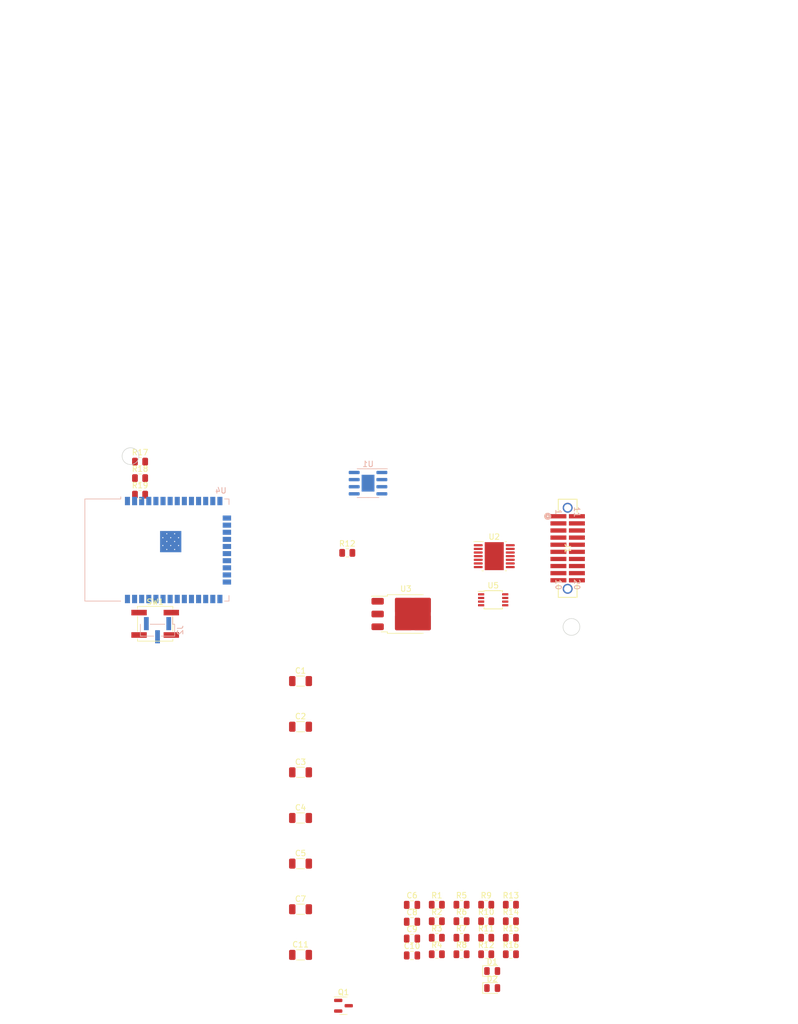
<source format=kicad_pcb>
(kicad_pcb (version 20221018) (generator pcbnew)
  (layers (0 "F.Cu" signal) (31 "B.Cu" signal) (34 "B.Paste" user) (35 "F.Paste" user) (36 "B.SilkS" user "B.Silkscreen") (37 "F.SilkS" user "F.Silkscreen") (38 "B.Mask" user) (39 "F.Mask" user) (44 "Edge.Cuts" user))
  (net 0 "")
  (net 1 "+5V")
  (net 2 "GND")
  (net 3 "+3.3V")
  (net 5 "ESP_EN")
  (net 7 "Net-(D1-K)")
  (net 8 "WIFI_GREEN")
  (net 9 "Net-(D2-K)")
  (net 10 "GEN_ACTIVITY")
  (net 14 "RX_PB")
  (net 15 "RING_DT")
  (net 16 "/TX_PB")
  (net 18 "DTR_PB")
  (net 20 "/RTS_PB")
  (net 22 "/ALWAYS_ON_5V")
  (net 23 "MODEM_INSERT")
  (net 24 "PB_CTS")
  (net 25 "{slash}DCD")
  (net 26 "/MODEM_5v")
  (net 27 "Net-(J2-Pin_2)")
  (net 28 "Net-(J2-Pin_3)")
  (net 29 "Net-(Q1-G)")
  (net 30 "Net-(Q1-D)")
  (net 31 "Net-(R1-Pad2)")
  (net 32 "Net-(U2-A2)")
  (net 34 "Net-(U2-A3)")
  (net 35 "Net-(U1-LT_IN)")
  (net 36 "Net-(U1-LT_DE)")
  (net 37 "Net-(U2-A4)")
  (net 38 "Net-(U2-B2)")
  (net 39 "Net-(U1-LT_OUT)")
  (net 40 "ESP_CTS")
  (net 41 "ESP_TX")
  (net 42 "ESP_RX")
  (net 46 "LT_TX_33")
  (net 64 "SETUP")
  (footprint "Button_Switch_SMD:SW_SPST_EVPBF" (layer "F.Cu") (at 4.404 29.94)
    (fp_text reference "SW1" (at 0 -3.9) (layer "F.SilkS"))
    (fp_text value "RST")
    (fp_line (start -3.15 -3.1) (end 3.15 -3.1) (stroke (width 0.12)) (layer "F.SilkS"))
    (fp_line (start -3.15 -2.65) (end -3.15 -3.1) (stroke (width 0.12)) (layer "F.SilkS"))
    (fp_line (start -3.15 1.35) (end -3.15 -1.35) (stroke (width 0.12)) (layer "F.SilkS"))
    (fp_line (start -3.15 2.65) (end -3.15 3.1) (stroke (width 0.12)) (layer "F.SilkS"))
    (fp_line (start -3.15 3.1) (end 3.15 3.1) (stroke (width 0.12)) (layer "F.SilkS"))
    (fp_line (start 3.15 -3.1) (end 3.15 -2.65) (stroke (width 0.12)) (layer "F.SilkS"))
    (fp_line (start 3.15 -1.35) (end 3.15 1.35) (stroke (width 0.12)) (layer "F.SilkS"))
    (fp_line (start 3.15 3.1) (end 3.15 2.7) (stroke (width 0.12)) (layer "F.SilkS"))
    (pad "1" smd rect (at -2.88 -2) (size 2.75 1) (layers "F.Cu" "F.Paste" "F.Mask") (net 5 "ESP_EN"))
    (pad "1" smd rect (at 2.88 -2) (size 2.75 1) (layers "F.Cu" "F.Paste" "F.Mask") (net 5 "ESP_EN"))
    (pad "2" smd rect (at -2.88 2) (size 2.75 1) (layers "F.Cu" "F.Paste" "F.Mask") (net 2 "GND"))
    (pad "2" smd rect (at 2.88 2) (size 2.75 1) (layers "F.Cu" "F.Paste" "F.Mask") (net 2 "GND"))
  )
  (footprint "Capacitor_SMD:C_1206_3216Metric" (layer "F.Cu") (at 30.3645 48.321)
    (fp_text reference "C2" (at 0 -1.85) (layer "F.SilkS"))
    (fp_text value "1000u")
    (fp_line (start -0.711252 -0.91) (end 0.711252 -0.91) (stroke (width 0.12)) (layer "F.SilkS"))
    (fp_line (start -0.711252 0.91) (end 0.711252 0.91) (stroke (width 0.12)) (layer "F.SilkS"))
    (pad "1" smd roundrect (at -1.475 0) (size 1.15 1.8) (layers "F.Cu" "F.Paste" "F.Mask") (roundrect_rratio 0.217391) (net 1 "+5V"))
    (pad "2" smd roundrect (at 1.475 0) (size 1.15 1.8) (layers "F.Cu" "F.Paste" "F.Mask") (roundrect_rratio 0.217391) (net 2 "GND"))
  )
  (footprint "Resistor_SMD:R_0805_2012Metric" (layer "F.Cu") (at 63.5245 88.961)
    (fp_text reference "R12" (at 0 -1.65) (layer "F.SilkS"))
    (fp_text value "0")
    (fp_line (start -0.227064 -0.735) (end 0.227064 -0.735) (stroke (width 0.12)) (layer "F.SilkS"))
    (fp_line (start -0.227064 0.735) (end 0.227064 0.735) (stroke (width 0.12)) (layer "F.SilkS"))
    (pad "1" smd roundrect (at -0.9125 0) (size 1.025 1.4) (layers "F.Cu" "F.Paste" "F.Mask") (roundrect_rratio 0.243902) (net 1 "+5V"))
    (pad "2" smd roundrect (at 0.9125 0) (size 1.025 1.4) (layers "F.Cu" "F.Paste" "F.Mask") (roundrect_rratio 0.243902) (net 23 "MODEM_INSERT"))
  )
  (footprint "Resistor_SMD:R_0805_2012Metric" (layer "F.Cu") (at 1.705 0.975)
    (fp_text reference "R17" (at 0 -1.65) (layer "F.SilkS"))
    (fp_text value "0")
    (fp_line (start -0.227064 -0.735) (end 0.227064 -0.735) (stroke (width 0.12)) (layer "F.SilkS"))
    (fp_line (start -0.227064 0.735) (end 0.227064 0.735) (stroke (width 0.12)) (layer "F.SilkS"))
    (pad "1" smd roundrect (at -0.9125 0) (size 1.025 1.4) (layers "F.Cu" "F.Paste" "F.Mask") (roundrect_rratio 0.243902) (net 26 "/MODEM_5v"))
    (pad "2" smd roundrect (at 0.9125 0) (size 1.025 1.4) (layers "F.Cu" "F.Paste" "F.Mask") (roundrect_rratio 0.243902) (net 1 "+5V"))
  )
  (footprint "Resistor_SMD:R_0805_2012Metric" (layer "F.Cu") (at 54.7045 86.011)
    (fp_text reference "R3" (at 0 -1.65) (layer "F.SilkS"))
    (fp_text value "0")
    (fp_line (start -0.227064 -0.735) (end 0.227064 -0.735) (stroke (width 0.12)) (layer "F.SilkS"))
    (fp_line (start -0.227064 0.735) (end 0.227064 0.735) (stroke (width 0.12)) (layer "F.SilkS"))
    (pad "1" smd roundrect (at -0.9125 0) (size 1.025 1.4) (layers "F.Cu" "F.Paste" "F.Mask") (roundrect_rratio 0.243902) (net 18 "DTR_PB"))
    (pad "2" smd roundrect (at 0.9125 0) (size 1.025 1.4) (layers "F.Cu" "F.Paste" "F.Mask") (roundrect_rratio 0.243902) (net 32 "Net-(U2-A2)"))
  )
  (footprint "Capacitor_SMD:C_0805_2012Metric" (layer "F.Cu") (at 50.2745 89.171)
    (fp_text reference "C10" (at 0 -1.68) (layer "F.SilkS"))
    (fp_text value "1uF")
    (fp_line (start -0.261252 -0.735) (end 0.261252 -0.735) (stroke (width 0.12)) (layer "F.SilkS"))
    (fp_line (start -0.261252 0.735) (end 0.261252 0.735) (stroke (width 0.12)) (layer "F.SilkS"))
    (pad "1" smd roundrect (at -0.95 0) (size 1 1.45) (layers "F.Cu" "F.Paste" "F.Mask") (net 3 "+3.3V"))
    (pad "2" smd roundrect (at 0.95 0) (size 1 1.45) (layers "F.Cu" "F.Paste" "F.Mask") (net 2 "GND"))
  )
  (footprint "Capacitor_SMD:C_1206_3216Metric" (layer "F.Cu") (at 30.3645 40.171)
    (fp_text reference "C1" (at 0 -1.85) (layer "F.SilkS"))
    (fp_text value "22u")
    (fp_line (start -0.711252 -0.91) (end 0.711252 -0.91) (stroke (width 0.12)) (layer "F.SilkS"))
    (fp_line (start -0.711252 0.91) (end 0.711252 0.91) (stroke (width 0.12)) (layer "F.SilkS"))
    (pad "1" smd roundrect (at -1.475 0) (size 1.15 1.8) (layers "F.Cu" "F.Paste" "F.Mask") (roundrect_rratio 0.217391) (net 1 "+5V"))
    (pad "2" smd roundrect (at 1.475 0) (size 1.15 1.8) (layers "F.Cu" "F.Paste" "F.Mask") (roundrect_rratio 0.217391) (net 2 "GND"))
  )
  (footprint "footprints:CONN_5-104652-2_TYCO" (layer "F.Cu") (at 78.3 16.2 -90)
    (fp_text reference "J1" (at 0.254 0.2286 -90 unlocked) (layer "F.SilkS"))
    (fp_text value "5-104652-2")
    (fp_text user "20" (at 6.731 -1.4224 -90 unlocked) (layer "B.SilkS"))
    (fp_text user "1" (at -6.223 1.8796 -90 unlocked) (layer "B.SilkS"))
    (fp_text user "11" (at -6.223 -1.4224 -90 unlocked) (layer "B.SilkS"))
    (fp_text user "10" (at 6.731 1.8796 -90 unlocked) (layer "B.SilkS"))
    (fp_text user "20" (at 6.731 -1.4224 -90 unlocked) (layer "F.SilkS"))
    (fp_text user "10" (at 6.731 1.8796 -90 unlocked) (layer "F.SilkS"))
    (fp_text user "11" (at -6.223 -1.4224 -90 unlocked) (layer "F.SilkS"))
    (fp_text user "1" (at -6.223 1.8796 -90 unlocked) (layer "F.SilkS"))
    (fp_circle (center -5.461 3.7846) (end -5.08 3.7846) (stroke (width 0.508)) (fill none) (layer "B.SilkS"))
    (fp_line (start -8.509 -1.4478) (end -8.509 1.905) (stroke (width 0.1524)) (layer "F.SilkS"))
    (fp_line (start -8.509 1.905) (end -6.17474 1.905) (stroke (width 0.1524)) (layer "F.SilkS"))
    (fp_line (start -6.17474 -1.4478) (end -8.509 -1.4478) (stroke (width 0.1524)) (layer "F.SilkS"))
    (fp_line (start 6.68274 1.905) (end 9.017 1.905) (stroke (width 0.1524)) (layer "F.SilkS"))
    (fp_line (start 9.017 -1.4478) (end 6.68274 -1.4478) (stroke (width 0.1524)) (layer "F.SilkS"))
    (fp_line (start 9.017 1.905) (end 9.017 -1.4478) (stroke (width 0.1524)) (layer "F.SilkS"))
    (fp_arc (start -5.081026 3.81254) (mid -5.461 4.1656) (end -5.840974 3.81254) (stroke (width 0.508)) (layer "F.SilkS"))
    (pad "1" smd rect (at -5.461 1.8796 270) (size 0.762 2.8448) (layers "F.Cu" "F.Paste" "F.Mask"))
    (pad "2" smd rect (at -4.191 1.8796 270) (size 0.762 2.8448) (layers "F.Cu" "F.Paste" "F.Mask"))
    (pad "3" smd rect (at -2.921 1.8796 270) (size 0.762 2.8448) (layers "F.Cu" "F.Paste" "F.Mask") (net 2 "GND"))
    (pad "4" smd rect (at -1.651 1.8796 270) (size 0.762 2.8448) (layers "F.Cu" "F.Paste" "F.Mask"))
    (pad "5" smd rect (at -0.381 1.8796 270) (size 0.762 2.8448) (layers "F.Cu" "F.Paste" "F.Mask") (net 22 "/ALWAYS_ON_5V"))
    (pad "6" smd rect (at 0.889 1.8796 270) (size 0.762 2.8448) (layers "F.Cu" "F.Paste" "F.Mask") (net 14 "RX_PB"))
    (pad "7" smd rect (at 2.159 1.8796 270) (size 0.762 2.8448) (layers "F.Cu" "F.Paste" "F.Mask") (net 15 "RING_DT"))
    (pad "8" smd rect (at 3.429 1.8796 270) (size 0.762 2.8448) (layers "F.Cu" "F.Paste" "F.Mask") (net 16 "/TX_PB"))
    (pad "9" smd rect (at 4.699 1.8796 270) (size 0.762 2.8448) (layers "F.Cu" "F.Paste" "F.Mask"))
    (pad "10" smd rect (at 5.969 1.8796 270) (size 0.762 2.8448) (layers "F.Cu" "F.Paste" "F.Mask") (net 18 "DTR_PB"))
    (pad "11" smd rect (at -5.461 -1.4224 270) (size 0.762 2.8448) (layers "F.Cu" "F.Paste" "F.Mask"))
    (pad "12" smd rect (at -4.191 -1.4224 270) (size 0.762 2.8448) (layers "F.Cu" "F.Paste" "F.Mask") (net 20 "/RTS_PB"))
    (pad "13" smd rect (at -2.921 -1.4224 270) (size 0.762 2.8448) (layers "F.Cu" "F.Paste" "F.Mask"))
    (pad "14" smd rect (at -1.651 -1.4224 270) (size 0.762 2.8448) (layers "F.Cu" "F.Paste" "F.Mask") (net 24 "PB_CTS"))
    (pad "15" smd rect (at -0.381 -1.4224 270) (size 0.762 2.8448) (layers "F.Cu" "F.Paste" "F.Mask") (net 23 "MODEM_INSERT"))
    (pad "16" smd rect (at 0.889 -1.4224 270) (size 0.762 2.8448) (layers "F.Cu" "F.Paste" "F.Mask") (net 2 "GND"))
    (pad "17" smd rect (at 2.159 -1.4224 270) (size 0.762 2.8448) (layers "F.Cu" "F.Paste" "F.Mask") (net 2 "GND"))
    (pad "18" smd rect (at 3.429 -1.4224 270) (size 0.762 2.8448) (layers "F.Cu" "F.Paste" "F.Mask") (net 26 "/MODEM_5v"))
    (pad "19" smd rect (at 4.699 -1.4224 270) (size 0.762 2.8448) (layers "F.Cu" "F.Paste" "F.Mask") (net 25 "{slash}DCD"))
    (pad "20" smd rect (at 5.969 -1.4224 270) (size 0.762 2.8448) (layers "F.Cu" "F.Paste" "F.Mask") (net 26 "/MODEM_5v"))
    (pad "21" thru_hole circle (at -6.985 0.2286 270) (size 1.778 1.778) (drill 1.27) (layers "*.Cu" "*.Mask"))
    (pad "22" thru_hole circle (at 7.493 0.2286 270) (size 1.778 1.778) (drill 1.27) (layers "*.Cu" "*.Mask"))
  )
  (footprint "Resistor_SMD:R_0805_2012Metric" (layer "F.Cu") (at 63.5245 86.011)
    (fp_text reference "R11" (at 0 -1.65) (layer "F.SilkS"))
    (fp_text value "0")
    (fp_line (start -0.227064 -0.735) (end 0.227064 -0.735) (stroke (width 0.12)) (layer "F.SilkS"))
    (fp_line (start -0.227064 0.735) (end 0.227064 0.735) (stroke (width 0.12)) (layer "F.SilkS"))
    (pad "1" smd roundrect (at -0.9125 0) (size 1.025 1.4) (layers "F.Cu" "F.Paste" "F.Mask") (roundrect_rratio 0.243902) (net 15 "RING_DT"))
    (pad "2" smd roundrect (at 0.9125 0) (size 1.025 1.4) (layers "F.Cu" "F.Paste" "F.Mask") (roundrect_rratio 0.243902) (net 37 "Net-(U2-A4)"))
  )
  (footprint "Resistor_SMD:R_0805_2012Metric" (layer "F.Cu") (at 38.7115 17.272)
    (fp_text reference "R12" (at 0 -1.65) (layer "F.SilkS"))
    (fp_text value "R")
    (fp_line (start -0.227064 -0.735) (end 0.227064 -0.735) (stroke (width 0.12)) (layer "F.SilkS"))
    (fp_line (start -0.227064 0.735) (end 0.227064 0.735) (stroke (width 0.12)) (layer "F.SilkS"))
    (pad "1" smd roundrect (at -0.9125 0) (size 1.025 1.4) (layers "F.Cu" "F.Paste" "F.Mask") (roundrect_rratio 0.243902) (net 3 "+3.3V"))
    (pad "2" smd roundrect (at 0.9125 0) (size 1.025 1.4) (layers "F.Cu" "F.Paste" "F.Mask") (roundrect_rratio 0.243902) (net 46 "LT_TX_33"))
  )
  (footprint "Capacitor_SMD:C_1206_3216Metric" (layer "F.Cu") (at 30.3645 64.621)
    (fp_text reference "C4" (at 0 -1.85) (layer "F.SilkS"))
    (fp_text value "1uF")
    (fp_line (start -0.711252 -0.91) (end 0.711252 -0.91) (stroke (width 0.12)) (layer "F.SilkS"))
    (fp_line (start -0.711252 0.91) (end 0.711252 0.91) (stroke (width 0.12)) (layer "F.SilkS"))
    (pad "1" smd roundrect (at -1.475 0) (size 1.15 1.8) (layers "F.Cu" "F.Paste" "F.Mask") (roundrect_rratio 0.217391) (net 3 "+3.3V"))
    (pad "2" smd roundrect (at 1.475 0) (size 1.15 1.8) (layers "F.Cu" "F.Paste" "F.Mask") (roundrect_rratio 0.217391) (net 2 "GND"))
  )
  (footprint "Capacitor_SMD:C_0805_2012Metric" (layer "F.Cu") (at 50.2745 86.161)
    (fp_text reference "C9" (at 0 -1.68) (layer "F.SilkS"))
    (fp_text value "1uF")
    (fp_line (start -0.261252 -0.735) (end 0.261252 -0.735) (stroke (width 0.12)) (layer "F.SilkS"))
    (fp_line (start -0.261252 0.735) (end 0.261252 0.735) (stroke (width 0.12)) (layer "F.SilkS"))
    (pad "1" smd roundrect (at -0.95 0) (size 1 1.45) (layers "F.Cu" "F.Paste" "F.Mask") (net 1 "+5V"))
    (pad "2" smd roundrect (at 0.95 0) (size 1 1.45) (layers "F.Cu" "F.Paste" "F.Mask") (net 2 "GND"))
  )
  (footprint "Package_TO_SOT_SMD:TO-252-3_TabPin2" (layer "F.Cu") (at 49.174 28.194)
    (fp_text reference "U3" (at 0 -4.5) (layer "F.SilkS"))
    (fp_text value "AMS1117-3.3")
    (fp_line (start -3.31 -3.45) (end -3.31 -3.18) (stroke (width 0.12)) (layer "F.SilkS"))
    (fp_line (start -3.31 -3.18) (end -6.14 -3.18) (stroke (width 0.12)) (layer "F.SilkS"))
    (fp_line (start -3.31 3.18) (end -4.41 3.18) (stroke (width 0.12)) (layer "F.SilkS"))
    (fp_line (start -3.31 3.45) (end -3.31 3.18) (stroke (width 0.12)) (layer "F.SilkS"))
    (fp_line (start 3.11 -3.45) (end -3.31 -3.45) (stroke (width 0.12)) (layer "F.SilkS"))
    (fp_line (start 3.11 3.45) (end -3.31 3.45) (stroke (width 0.12)) (layer "F.SilkS"))
    (pad "1" smd roundrect (at -5.04 -2.28) (size 2.2 1.2) (layers "F.Cu" "F.Paste" "F.Mask") (roundrect_rratio 0.208333) (net 2 "GND"))
    (pad "2" smd roundrect (at -5.04 0) (size 2.2 1.2) (layers "F.Cu" "F.Paste" "F.Mask") (roundrect_rratio 0.208333) (net 3 "+3.3V"))
    (pad "2" smd roundrect (at -0.415 -1.525) (size 3.05 2.75) (layers "F.Cu" "F.Paste") (roundrect_rratio 0.090909) (net 3 "+3.3V"))
    (pad "2" smd roundrect (at -0.415 1.525) (size 3.05 2.75) (layers "F.Cu" "F.Paste") (roundrect_rratio 0.090909) (net 3 "+3.3V"))
    (pad "2" smd roundrect (at 1.26 0) (size 6.4 5.8) (layers "F.Cu" "F.Mask") (roundrect_rratio 0.043103) (net 3 "+3.3V"))
    (pad "2" smd roundrect (at 2.935 -1.525) (size 3.05 2.75) (layers "F.Cu" "F.Paste") (roundrect_rratio 0.090909) (net 3 "+3.3V"))
    (pad "2" smd roundrect (at 2.935 1.525) (size 3.05 2.75) (layers "F.Cu" "F.Paste") (roundrect_rratio 0.090909) (net 3 "+3.3V"))
    (pad "3" smd roundrect (at -5.04 2.28) (size 2.2 1.2) (layers "F.Cu" "F.Paste" "F.Mask") (roundrect_rratio 0.208333) (net 1 "+5V"))
  )
  (footprint "Resistor_SMD:R_0805_2012Metric" (layer "F.Cu") (at 54.7045 83.061)
    (fp_text reference "R2" (at 0 -1.65) (layer "F.SilkS"))
    (fp_text value "10k")
    (fp_line (start -0.227064 -0.735) (end 0.227064 -0.735) (stroke (width 0.12)) (layer "F.SilkS"))
    (fp_line (start -0.227064 0.735) (end 0.227064 0.735) (stroke (width 0.12)) (layer "F.SilkS"))
    (pad "1" smd roundrect (at -0.9125 0) (size 1.025 1.4) (layers "F.Cu" "F.Paste" "F.Mask") (roundrect_rratio 0.243902) (net 3 "+3.3V"))
    (pad "2" smd roundrect (at 0.9125 0) (size 1.025 1.4) (layers "F.Cu" "F.Paste" "F.Mask") (roundrect_rratio 0.243902) (net 30 "Net-(Q1-D)"))
  )
  (footprint "Capacitor_SMD:C_0805_2012Metric" (layer "F.Cu") (at 50.2745 83.151)
    (fp_text reference "C8" (at 0 -1.68) (layer "F.SilkS"))
    (fp_text value "0.1u")
    (fp_line (start -0.261252 -0.735) (end 0.261252 -0.735) (stroke (width 0.12)) (layer "F.SilkS"))
    (fp_line (start -0.261252 0.735) (end 0.261252 0.735) (stroke (width 0.12)) (layer "F.SilkS"))
    (pad "1" smd roundrect (at -0.95 0) (size 1 1.45) (layers "F.Cu" "F.Paste" "F.Mask") (net 2 "GND"))
    (pad "2" smd roundrect (at 0.95 0) (size 1 1.45) (layers "F.Cu" "F.Paste" "F.Mask"))
  )
  (footprint "Capacitor_SMD:C_0805_2012Metric" (layer "F.Cu") (at 50.2745 80.141)
    (fp_text reference "C6" (at 0 -1.68) (layer "F.SilkS"))
    (fp_text value "0.1u")
    (fp_line (start -0.261252 -0.735) (end 0.261252 -0.735) (stroke (width 0.12)) (layer "F.SilkS"))
    (fp_line (start -0.261252 0.735) (end 0.261252 0.735) (stroke (width 0.12)) (layer "F.SilkS"))
    (pad "1" smd roundrect (at -0.95 0) (size 1 1.45) (layers "F.Cu" "F.Paste" "F.Mask") (net 2 "GND"))
    (pad "2" smd roundrect (at 0.95 0) (size 1 1.45) (layers "F.Cu" "F.Paste" "F.Mask") (net 5 "ESP_EN"))
  )
  (footprint "LED_SMD:LED_0805_2012Metric" (layer "F.Cu") (at 64.5945 91.956)
    (fp_text reference "D1" (at 0 -1.65) (layer "F.SilkS"))
    (fp_text value "WIFI")
    (fp_line (start -1.685 -0.96) (end -1.685 0.96) (stroke (width 0.12)) (layer "F.SilkS"))
    (fp_line (start -1.685 0.96) (end 1 0.96) (stroke (width 0.12)) (layer "F.SilkS"))
    (fp_line (start 1 -0.96) (end -1.685 -0.96) (stroke (width 0.12)) (layer "F.SilkS"))
    (pad "1" smd roundrect (at -0.9375 0) (size 0.975 1.4) (layers "F.Cu" "F.Paste" "F.Mask") (net 7 "Net-(D1-K)"))
    (pad "2" smd roundrect (at 0.9375 0) (size 0.975 1.4) (layers "F.Cu" "F.Paste" "F.Mask") (net 8 "WIFI_GREEN"))
  )
  (footprint "Resistor_SMD:R_0805_2012Metric" (layer "F.Cu") (at 59.1145 83.061)
    (fp_text reference "R6" (at 0 -1.65) (layer "F.SilkS"))
    (fp_text value "10k")
    (fp_line (start -0.227064 -0.735) (end 0.227064 -0.735) (stroke (width 0.12)) (layer "F.SilkS"))
    (fp_line (start -0.227064 0.735) (end 0.227064 0.735) (stroke (width 0.12)) (layer "F.SilkS"))
    (pad "1" smd roundrect (at -0.9125 0) (size 1.025 1.4) (layers "F.Cu" "F.Paste" "F.Mask") (roundrect_rratio 0.243902) (net 35 "Net-(U1-LT_IN)"))
    (pad "2" smd roundrect (at 0.9125 0) (size 1.025 1.4) (layers "F.Cu" "F.Paste" "F.Mask") (roundrect_rratio 0.243902) (net 3 "+3.3V"))
  )
  (footprint "Resistor_SMD:R_0805_2012Metric" (layer "F.Cu") (at 59.1145 86.011)
    (fp_text reference "R7" (at 0 -1.65) (layer "F.SilkS"))
    (fp_text value "10k")
    (fp_line (start -0.227064 -0.735) (end 0.227064 -0.735) (stroke (width 0.12)) (layer "F.SilkS"))
    (fp_line (start -0.227064 0.735) (end 0.227064 0.735) (stroke (width 0.12)) (layer "F.SilkS"))
    (pad "1" smd roundrect (at -0.9125 0) (size 1.025 1.4) (layers "F.Cu" "F.Paste" "F.Mask") (roundrect_rratio 0.243902) (net 16 "/TX_PB"))
    (pad "2" smd roundrect (at 0.9125 0) (size 1.025 1.4) (layers "F.Cu" "F.Paste" "F.Mask") (roundrect_rratio 0.243902) (net 1 "+5V"))
  )
  (footprint "Package_SO:HTSSOP-14-1EP_4.4x5mm_P0.65mm_EP3.4x5mm_Mask3x3.1mm" (layer "F.Cu") (at 64.9555 17.862)
    (fp_text reference "U2" (at 0 -3.45) (layer "F.SilkS"))
    (fp_text value "TXB0104PWR")
    (fp_line (start -1.935584 -2.61) (end -3.65 -2.61) (stroke (width 0.12)) (layer "F.SilkS"))
    (fp_line (start -1.935584 2.61) (end -2.2 2.61) (stroke (width 0.12)) (layer "F.SilkS"))
    (fp_line (start 1.935584 -2.61) (end 2.2 -2.61) (stroke (width 0.12)) (layer "F.SilkS"))
    (fp_line (start 1.935584 2.61) (end 2.2 2.61) (stroke (width 0.12)) (layer "F.SilkS"))
    (pad "1" smd roundrect (at -2.8625 -1.95) (size 1.575 0.4) (layers "F.Cu" "F.Paste" "F.Mask") (net 1 "+5V"))
    (pad "2" smd roundrect (at -2.8625 -1.3) (size 1.575 0.4) (layers "F.Cu" "F.Paste" "F.Mask") (net 14 "RX_PB"))
    (pad "3" smd roundrect (at -2.8625 -0.65) (size 1.575 0.4) (layers "F.Cu" "F.Paste" "F.Mask") (net 32 "Net-(U2-A2)"))
    (pad "4" smd roundrect (at -2.8625 0) (size 1.575 0.4) (layers "F.Cu" "F.Paste" "F.Mask") (net 34 "Net-(U2-A3)"))
    (pad "5" smd roundrect (at -2.8625 0.65) (size 1.575 0.4) (layers "F.Cu" "F.Paste" "F.Mask") (net 37 "Net-(U2-A4)"))
    (pad "6" smd roundrect (at -2.8625 1.3) (size 1.575 0.4) (layers "F.Cu" "F.Paste" "F.Mask"))
    (pad "7" smd roundrect (at -2.8625 1.95) (size 1.575 0.4) (layers "F.Cu" "F.Paste" "F.Mask") (net 2 "GND"))
    (pad "8" smd roundrect (at 2.8625 1.95) (size 1.575 0.4) (layers "F.Cu" "F.Paste" "F.Mask"))
    (pad "9" smd roundrect (at 2.8625 1.3) (size 1.575 0.4) (layers "F.Cu" "F.Paste" "F.Mask"))
    (pad "10" smd roundrect (at 2.8625 0.65) (size 1.575 0.4) (layers "F.Cu" "F.Paste" "F.Mask") (net 10 "GEN_ACTIVITY"))
    (pad "11" smd roundrect (at 2.8625 0) (size 1.575 0.4) (layers "F.Cu" "F.Paste" "F.Mask") (net 8 "WIFI_GREEN"))
    (pad "12" smd roundrect (at 2.8625 -0.65) (size 1.575 0.4) (layers "F.Cu" "F.Paste" "F.Mask") (net 38 "Net-(U2-B2)"))
    (pad "13" smd roundrect (at 2.8625 -1.3) (size 1.575 0.4) (layers "F.Cu" "F.Paste" "F.Mask") (net 46 "LT_TX_33"))
    (pad "14" smd roundrect (at 2.8625 -1.95) (size 1.575 0.4) (layers "F.Cu" "F.Paste" "F.Mask") (net 3 "+3.3V"))
    (pad "15" smd rect (at 0 0) (size 3.4 5) (layers "F.Cu"))
  )
  (footprint "Capacitor_SMD:C_1206_3216Metric" (layer "F.Cu") (at 30.3645 72.771)
    (fp_text reference "C5" (at 0 -1.85) (layer "F.SilkS"))
    (fp_text value "1uF")
    (fp_line (start -0.711252 -0.91) (end 0.711252 -0.91) (stroke (width 0.12)) (layer "F.SilkS"))
    (fp_line (start -0.711252 0.91) (end 0.711252 0.91) (stroke (width 0.12)) (layer "F.SilkS"))
    (pad "1" smd roundrect (at -1.475 0) (size 1.15 1.8) (layers "F.Cu" "F.Paste" "F.Mask") (roundrect_rratio 0.217391) (net 3 "+3.3V"))
    (pad "2" smd roundrect (at 1.475 0) (size 1.15 1.8) (layers "F.Cu" "F.Paste" "F.Mask") (roundrect_rratio 0.217391))
  )
  (footprint "Resistor_SMD:R_0805_2012Metric" (layer "F.Cu") (at 54.7045 80.111)
    (fp_text reference "R1" (at 0 -1.65) (layer "F.SilkS"))
    (fp_text value "470")
    (fp_line (start -0.227064 -0.735) (end 0.227064 -0.735) (stroke (width 0.12)) (layer "F.SilkS"))
    (fp_line (start -0.227064 0.735) (end 0.227064 0.735) (stroke (width 0.12)) (layer "F.SilkS"))
    (pad "1" smd roundrect (at -0.9125 0) (size 1.025 1.4) (layers "F.Cu" "F.Paste" "F.Mask") (roundrect_rratio 0.243902) (net 29 "Net-(Q1-G)"))
    (pad "2" smd roundrect (at 0.9125 0) (size 1.025 1.4) (layers "F.Cu" "F.Paste" "F.Mask") (roundrect_rratio 0.243902) (net 31 "Net-(R1-Pad2)"))
  )
  (footprint "Resistor_SMD:R_0805_2012Metric" (layer "F.Cu") (at 1.705 3.925)
    (fp_text reference "R18" (at 0 -1.65) (layer "F.SilkS"))
    (fp_text value "0")
    (fp_line (start -0.227064 -0.735) (end 0.227064 -0.735) (stroke (width 0.12)) (layer "F.SilkS"))
    (fp_line (start -0.227064 0.735) (end 0.227064 0.735) (stroke (width 0.12)) (layer "F.SilkS"))
    (pad "1" smd roundrect (at -0.9125 0) (size 1.025 1.4) (layers "F.Cu" "F.Paste" "F.Mask") (roundrect_rratio 0.243902) (net 22 "/ALWAYS_ON_5V"))
    (pad "2" smd roundrect (at 0.9125 0) (size 1.025 1.4) (layers "F.Cu" "F.Paste" "F.Mask") (roundrect_rratio 0.243902) (net 1 "+5V"))
  )
  (footprint "Resistor_SMD:R_0805_2012Metric" (layer "F.Cu") (at 67.9345 86.011)
    (fp_text reference "R15" (at 0 -1.65) (layer "F.SilkS"))
    (fp_text value "470")
    (fp_line (start -0.227064 -0.735) (end 0.227064 -0.735) (stroke (width 0.12)) (layer "F.SilkS"))
    (fp_line (start -0.227064 0.735) (end 0.227064 0.735) (stroke (width 0.12)) (layer "F.SilkS"))
    (pad "1" smd roundrect (at -0.9125 0) (size 1.025 1.4) (layers "F.Cu" "F.Paste" "F.Mask") (roundrect_rratio 0.243902) (net 7 "Net-(D1-K)"))
    (pad "2" smd roundrect (at 0.9125 0) (size 1.025 1.4) (layers "F.Cu" "F.Paste" "F.Mask") (roundrect_rratio 0.243902) (net 2 "GND"))
  )
  (footprint "Resistor_SMD:R_0805_2012Metric" (layer "F.Cu") (at 63.5245 83.061)
    (fp_text reference "R10" (at 0 -1.65) (layer "F.SilkS"))
    (fp_text value "R")
    (fp_line (start -0.227064 -0.735) (end 0.227064 -0.735) (stroke (width 0.12)) (layer "F.SilkS"))
    (fp_line (start -0.227064 0.735) (end 0.227064 0.735) (stroke (width 0.12)) (layer "F.SilkS"))
    (pad "1" smd roundrect (at -0.9125 0) (size 1.025 1.4) (layers "F.Cu" "F.Paste" "F.Mask") (roundrect_rratio 0.243902) (net 5 "ESP_EN"))
    (pad "2" smd roundrect (at 0.9125 0) (size 1.025 1.4) (layers "F.Cu" "F.Paste" "F.Mask") (roundrect_rratio 0.243902) (net 3 "+3.3V"))
  )
  (footprint "Resistor_SMD:R_0805_2012Metric" (layer "F.Cu") (at 63.5245 80.111)
    (fp_text reference "R9" (at 0 -1.65) (layer "F.SilkS"))
    (fp_text value "0")
    (fp_line (start -0.227064 -0.735) (end 0.227064 -0.735) (stroke (width 0.12)) (layer "F.SilkS"))
    (fp_line (start -0.227064 0.735) (end 0.227064 0.735) (stroke (width 0.12)) (layer "F.SilkS"))
    (pad "1" smd roundrect (at -0.9125 0) (size 1.025 1.4) (layers "F.Cu" "F.Paste" "F.Mask") (roundrect_rratio 0.243902) (net 3 "+3.3V"))
    (pad "2" smd roundrect (at 0.9125 0) (size 1.025 1.4) (layers "F.Cu" "F.Paste" "F.Mask") (roundrect_rratio 0.243902) (net 31 "Net-(R1-Pad2)"))
  )
  (footprint "LED_SMD:LED_0805_2012Metric" (layer "F.Cu") (at 64.5945 94.996)
    (fp_text reference "D2" (at 0 -1.65) (layer "F.SilkS"))
    (fp_text value "ACT")
    (fp_line (start -1.685 -0.96) (end -1.685 0.96) (stroke (width 0.12)) (layer "F.SilkS"))
    (fp_line (start -1.685 0.96) (end 1 0.96) (stroke (width 0.12)) (layer "F.SilkS"))
    (fp_line (start 1 -0.96) (end -1.685 -0.96) (stroke (width 0.12)) (layer "F.SilkS"))
    (pad "1" smd roundrect (at -0.9375 0) (size 0.975 1.4) (layers "F.Cu" "F.Paste" "F.Mask") (net 9 "Net-(D2-K)"))
    (pad "2" smd roundrect (at 0.9375 0) (size 0.975 1.4) (layers "F.Cu" "F.Paste" "F.Mask") (net 10 "GEN_ACTIVITY"))
  )
  (footprint "Capacitor_SMD:C_1206_3216Metric" (layer "F.Cu") (at 30.3645 80.921)
    (fp_text reference "C7" (at 0 -1.85) (layer "F.SilkS"))
    (fp_text value "22u")
    (fp_line (start -0.711252 -0.91) (end 0.711252 -0.91) (stroke (width 0.12)) (layer "F.SilkS"))
    (fp_line (start -0.711252 0.91) (end 0.711252 0.91) (stroke (width 0.12)) (layer "F.SilkS"))
    (pad "1" smd roundrect (at -1.475 0) (size 1.15 1.8) (layers "F.Cu" "F.Paste" "F.Mask") (roundrect_rratio 0.217391) (net 3 "+3.3V"))
    (pad "2" smd roundrect (at 1.475 0) (size 1.15 1.8) (layers "F.Cu" "F.Paste" "F.Mask") (roundrect_rratio 0.217391) (net 2 "GND"))
  )
  (footprint "Resistor_SMD:R_0805_2012Metric" (layer "F.Cu") (at 59.1145 80.111)
    (fp_text reference "R5" (at 0 -1.65) (layer "F.SilkS"))
    (fp_text value "0")
    (fp_line (start -0.227064 -0.735) (end 0.227064 -0.735) (stroke (width 0.12)) (layer "F.SilkS"))
    (fp_line (start -0.227064 0.735) (end 0.227064 0.735) (stroke (width 0.12)) (layer "F.SilkS"))
    (pad "1" smd roundrect (at -0.9125 0) (size 1.025 1.4) (layers "F.Cu" "F.Paste" "F.Mask") (roundrect_rratio 0.243902) (net 34 "Net-(U2-A3)"))
    (pad "2" smd roundrect (at 0.9125 0) (size 1.025 1.4) (layers "F.Cu" "F.Paste" "F.Mask") (roundrect_rratio 0.243902) (net 23 "MODEM_INSERT"))
  )
  (footprint "Resistor_SMD:R_0805_2012Metric" (layer "F.Cu") (at 67.9345 80.111)
    (fp_text reference "R13" (at 0 -1.65) (layer "F.SilkS"))
    (fp_text value "0")
    (fp_line (start -0.227064 -0.735) (end 0.227064 -0.735) (stroke (width 0.12)) (layer "F.SilkS"))
    (fp_line (start -0.227064 0.735) (end 0.227064 0.735) (stroke (width 0.12)) (layer "F.SilkS"))
    (pad "1" smd roundrect (at -0.9125 0) (size 1.025 1.4) (layers "F.Cu" "F.Paste" "F.Mask") (roundrect_rratio 0.243902) (net 2 "GND"))
    (pad "2" smd roundrect (at 0.9125 0) (size 1.025 1.4) (layers "F.Cu" "F.Paste" "F.Mask") (roundrect_rratio 0.243902) (net 23 "MODEM_INSERT"))
  )
  (footprint "Resistor_SMD:R_0805_2012Metric" (layer "F.Cu") (at 67.9345 83.061)
    (fp_text reference "R14" (at 0 -1.65) (layer "F.SilkS"))
    (fp_text value "0")
    (fp_line (start -0.227064 -0.735) (end 0.227064 -0.735) (stroke (width 0.12)) (layer "F.SilkS"))
    (fp_line (start -0.227064 0.735) (end 0.227064 0.735) (stroke (width 0.12)) (layer "F.SilkS"))
    (pad "1" smd roundrect (at -0.9125 0) (size 1.025 1.4) (layers "F.Cu" "F.Paste" "F.Mask") (roundrect_rratio 0.243902) (net 38 "Net-(U2-B2)"))
    (pad "2" smd roundrect (at 0.9125 0) (size 1.025 1.4) (layers "F.Cu" "F.Paste" "F.Mask") (roundrect_rratio 0.243902) (net 5 "ESP_EN"))
  )
  (footprint "Resistor_SMD:R_0805_2012Metric" (layer "F.Cu") (at 67.9345 88.961)
    (fp_text reference "R16" (at 0 -1.65) (layer "F.SilkS"))
    (fp_text value "470")
    (fp_line (start -0.227064 -0.735) (end 0.227064 -0.735) (stroke (width 0.12)) (layer "F.SilkS"))
    (fp_line (start -0.227064 0.735) (end 0.227064 0.735) (stroke (width 0.12)) (layer "F.SilkS"))
    (pad "1" smd roundrect (at -0.9125 0) (size 1.025 1.4) (layers "F.Cu" "F.Paste" "F.Mask") (roundrect_rratio 0.243902) (net 2 "GND"))
    (pad "2" smd roundrect (at 0.9125 0) (size 1.025 1.4) (layers "F.Cu" "F.Paste" "F.Mask") (roundrect_rratio 0.243902) (net 9 "Net-(D2-K)"))
  )
  (footprint "Package_TO_SOT_SMD:SOT-23" (layer "F.Cu") (at 38.0345 98.151)
    (fp_text reference "Q1" (at 0 -2.4) (layer "F.SilkS"))
    (fp_text value "BSS138")
    (fp_line (start 0 -1.56) (end -1.675 -1.56) (stroke (width 0.12)) (layer "F.SilkS"))
    (fp_line (start 0 -1.56) (end 0.65 -1.56) (stroke (width 0.12)) (layer "F.SilkS"))
    (fp_line (start 0 1.56) (end -0.65 1.56) (stroke (width 0.12)) (layer "F.SilkS"))
    (fp_line (start 0 1.56) (end 0.65 1.56) (stroke (width 0.12)) (layer "F.SilkS"))
    (pad "1" smd roundrect (at -0.9375 -0.95) (size 1.475 0.6) (layers "F.Cu" "F.Paste" "F.Mask") (net 29 "Net-(Q1-G)"))
    (pad "2" smd roundrect (at -0.9375 0.95) (size 1.475 0.6) (layers "F.Cu" "F.Paste" "F.Mask") (net 2 "GND"))
    (pad "3" smd roundrect (at 0.9375 0) (size 1.475 0.6) (layers "F.Cu" "F.Paste" "F.Mask") (net 30 "Net-(Q1-D)"))
  )
  (footprint "Resistor_SMD:R_0805_2012Metric" (layer "F.Cu") (at 1.705 6.875)
    (fp_text reference "R19" (at 0 -1.65) (layer "F.SilkS"))
    (fp_text value "0")
    (fp_line (start -0.227064 -0.735) (end 0.227064 -0.735) (stroke (width 0.12)) (layer "F.SilkS"))
    (fp_line (start -0.227064 0.735) (end 0.227064 0.735) (stroke (width 0.12)) (layer "F.SilkS"))
    (pad "1" smd roundrect (at -0.9125 0) (size 1.025 1.4) (layers "F.Cu" "F.Paste" "F.Mask") (roundrect_rratio 0.243902) (net 24 "PB_CTS"))
    (pad "2" smd roundrect (at 0.9125 0) (size 1.025 1.4) (layers "F.Cu" "F.Paste" "F.Mask") (roundrect_rratio 0.243902) (net 37 "Net-(U2-A4)"))
  )
  (footprint "Capacitor_SMD:C_1206_3216Metric" (layer "F.Cu") (at 30.3645 56.471)
    (fp_text reference "C3" (at 0 -1.85) (layer "F.SilkS"))
    (fp_text value "22u")
    (fp_line (start -0.711252 -0.91) (end 0.711252 -0.91) (stroke (width 0.12)) (layer "F.SilkS"))
    (fp_line (start -0.711252 0.91) (end 0.711252 0.91) (stroke (width 0.12)) (layer "F.SilkS"))
    (pad "1" smd roundrect (at -1.475 0) (size 1.15 1.8) (layers "F.Cu" "F.Paste" "F.Mask") (roundrect_rratio 0.217391) (net 3 "+3.3V"))
    (pad "2" smd roundrect (at 1.475 0) (size 1.15 1.8) (layers "F.Cu" "F.Paste" "F.Mask") (roundrect_rratio 0.217391) (net 2 "GND"))
  )
  (footprint "Package_SO:TSSOP-8_3x3mm_P0.65mm" (layer "F.Cu") (at 64.77 25.654)
    (fp_text reference "U5" (at 0 -2.55) (layer "F.SilkS"))
    (fp_text value "74LVC2G125")
    (fp_line (start -1.625 -1.625) (end -1.625 -1.5) (stroke (width 0.15)) (layer "F.SilkS"))
    (fp_line (start -1.625 -1.625) (end 1.625 -1.625) (stroke (width 0.15)) (layer "F.SilkS"))
    (fp_line (start -1.625 -1.5) (end -2.7 -1.5) (stroke (width 0.15)) (layer "F.SilkS"))
    (fp_line (start -1.625 1.625) (end -1.625 1.4) (stroke (width 0.15)) (layer "F.SilkS"))
    (fp_line (start -1.625 1.625) (end 1.625 1.625) (stroke (width 0.15)) (layer "F.SilkS"))
    (fp_line (start 1.625 -1.625) (end 1.625 -1.4) (stroke (width 0.15)) (layer "F.SilkS"))
    (fp_line (start 1.625 1.625) (end 1.625 1.4) (stroke (width 0.15)) (layer "F.SilkS"))
    (pad "1" smd rect (at -2.15 -0.975) (size 1.1 0.4) (layers "F.Cu" "F.Paste" "F.Mask") (net 20 "/RTS_PB"))
    (pad "2" smd rect (at -2.15 -0.325) (size 1.1 0.4) (layers "F.Cu" "F.Paste" "F.Mask") (net 16 "/TX_PB"))
    (pad "3" smd rect (at -2.15 0.325) (size 1.1 0.4) (layers "F.Cu" "F.Paste" "F.Mask") (net 46 "LT_TX_33"))
    (pad "4" smd rect (at -2.15 0.975) (size 1.1 0.4) (layers "F.Cu" "F.Paste" "F.Mask") (net 2 "GND"))
    (pad "5" smd rect (at 2.15 0.975) (size 1.1 0.4) (layers "F.Cu" "F.Paste" "F.Mask") (net 39 "Net-(U1-LT_OUT)"))
    (pad "6" smd rect (at 2.15 0.325) (size 1.1 0.4) (layers "F.Cu" "F.Paste" "F.Mask") (net 35 "Net-(U1-LT_IN)"))
    (pad "7" smd rect (at 2.15 -0.325) (size 1.1 0.4) (layers "F.Cu" "F.Paste" "F.Mask") (net 30 "Net-(Q1-D)"))
    (pad "8" smd rect (at 2.15 -0.975) (size 1.1 0.4) (layers "F.Cu" "F.Paste" "F.Mask") (net 3 "+3.3V"))
  )
  (footprint "Resistor_SMD:R_0805_2012Metric" (layer "F.Cu") (at 54.7045 88.961)
    (fp_text reference "R4" (at 0 -1.65) (layer "F.SilkS"))
    (fp_text value "0")
    (fp_line (start -0.227064 -0.735) (end 0.227064 -0.735) (stroke (width 0.12)) (layer "F.SilkS"))
    (fp_line (start -0.227064 0.735) (end 0.227064 0.735) (stroke (width 0.12)) (layer "F.SilkS"))
    (pad "1" smd roundrect (at -0.9125 0) (size 1.025 1.4) (layers "F.Cu" "F.Paste" "F.Mask") (roundrect_rratio 0.243902) (net 25 "{slash}DCD"))
    (pad "2" smd roundrect (at 0.9125 0) (size 1.025 1.4) (layers "F.Cu" "F.Paste" "F.Mask") (roundrect_rratio 0.243902))
  )
  (footprint "Capacitor_SMD:C_1206_3216Metric" (layer "F.Cu") (at 30.3645 89.071)
    (fp_text reference "C11" (at 0 -1.85) (layer "F.SilkS"))
    (fp_text value "0.1uF")
    (fp_line (start -0.711252 -0.91) (end 0.711252 -0.91) (stroke (width 0.12)) (layer "F.SilkS"))
    (fp_line (start -0.711252 0.91) (end 0.711252 0.91) (stroke (width 0.12)) (layer "F.SilkS"))
    (pad "1" smd roundrect (at -1.475 0) (size 1.15 1.8) (layers "F.Cu" "F.Paste" "F.Mask") (roundrect_rratio 0.217391) (net 2 "GND"))
    (pad "2" smd roundrect (at 1.475 0) (size 1.15 1.8) (layers "F.Cu" "F.Paste" "F.Mask") (roundrect_rratio 0.217391) (net 5 "ESP_EN"))
  )
  (footprint "Resistor_SMD:R_0805_2012Metric" (layer "F.Cu") (at 59.1145 88.961)
    (fp_text reference "R8" (at 0 -1.65) (layer "F.SilkS"))
    (fp_text value "0")
    (fp_line (start -0.227064 -0.735) (end 0.227064 -0.735) (stroke (width 0.12)) (layer "F.SilkS"))
    (fp_line (start -0.227064 0.735) (end 0.227064 0.735) (stroke (width 0.12)) (layer "F.SilkS"))
    (pad "1" smd roundrect (at -0.9125 0) (size 1.025 1.4) (layers "F.Cu" "F.Paste" "F.Mask") (roundrect_rratio 0.243902) (net 31 "Net-(R1-Pad2)"))
    (pad "2" smd roundrect (at 0.9125 0) (size 1.025 1.4) (layers "F.Cu" "F.Paste" "F.Mask") (roundrect_rratio 0.243902) (net 36 "Net-(U1-LT_DE)"))
  )
  (footprint "RF_Module:ESP32-WROOM-32D" (layer "B.Cu") (at 7.705 16.764 -90)
    (fp_text reference "U4" (at -10.61 -8.43) (layer "B.SilkS") (effects (justify mirror)))
    (fp_text value "ESP32-WROOM-32DM113DH6400PH3Q0")
    (fp_line (start -9.12 -9.88) (end -8.12 -9.88) (stroke (width 0.12)) (layer "B.SilkS"))
    (fp_line (start -9.12 -9.1) (end -9.12 -9.88) (stroke (width 0.12)) (layer "B.SilkS"))
    (fp_line (start -9.12 9.445) (end -9.5 9.445) (stroke (width 0.12)) (layer "B.SilkS"))
    (fp_line (start -9.12 15.86) (end -9.12 9.445) (stroke (width 0.12)) (layer "B.SilkS"))
    (fp_line (start -9.12 15.86) (end 9.12 15.86) (stroke (width 0.12)) (layer "B.SilkS"))
    (fp_line (start 9.12 -9.88) (end 8.12 -9.88) (stroke (width 0.12)) (layer "B.SilkS"))
    (fp_line (start 9.12 -9.1) (end 9.12 -9.88) (stroke (width 0.12)) (layer "B.SilkS"))
    (fp_line (start 9.12 15.86) (end 9.12 9.445) (stroke (width 0.12)) (layer "B.SilkS"))
    (pad "1" smd rect (at -8.75 8.25 270) (size 1.5 0.9) (layers "B.Cu" "B.Paste" "B.Mask") (net 2 "GND"))
    (pad "2" smd rect (at -8.75 6.98 270) (size 1.5 0.9) (layers "B.Cu" "B.Paste" "B.Mask") (net 3 "+3.3V"))
    (pad "3" smd rect (at -8.75 5.71 270) (size 1.5 0.9) (layers "B.Cu" "B.Paste" "B.Mask") (net 5 "ESP_EN"))
    (pad "4" smd rect (at -8.75 4.44 270) (size 1.5 0.9) (layers "B.Cu" "B.Paste" "B.Mask"))
    (pad "5" smd rect (at -8.75 3.17 270) (size 1.5 0.9) (layers "B.Cu" "B.Paste" "B.Mask"))
    (pad "6" smd rect (at -8.75 1.9 270) (size 1.5 0.9) (layers "B.Cu" "B.Paste" "B.Mask"))
    (pad "7" smd rect (at -8.75 0.63 270) (size 1.5 0.9) (layers "B.Cu" "B.Paste" "B.Mask"))
    (pad "8" smd rect (at -8.75 -0.64 270) (size 1.5 0.9) (layers "B.Cu" "B.Paste" "B.Mask") (net 8 "WIFI_GREEN"))
    (pad "9" smd rect (at -8.75 -1.91 270) (size 1.5 0.9) (layers "B.Cu" "B.Paste" "B.Mask"))
    (pad "10" smd rect (at -8.75 -3.18 270) (size 1.5 0.9) (layers "B.Cu" "B.Paste" "B.Mask"))
    (pad "11" smd rect (at -8.75 -4.45 270) (size 1.5 0.9) (layers "B.Cu" "B.Paste" "B.Mask"))
    (pad "12" smd rect (at -8.75 -5.72 270) (size 1.5 0.9) (layers "B.Cu" "B.Paste" "B.Mask"))
    (pad "13" smd rect (at -8.75 -6.99 270) (size 1.5 0.9) (layers "B.Cu" "B.Paste" "B.Mask"))
    (pad "14" smd rect (at -8.75 -8.26 270) (size 1.5 0.9) (layers "B.Cu" "B.Paste" "B.Mask"))
    (pad "15" smd rect (at -5.71 -9.51 180) (size 1.5 0.9) (layers "B.Cu" "B.Paste" "B.Mask"))
    (pad "16" smd rect (at -4.44 -9.51 180) (size 1.5 0.9) (layers "B.Cu" "B.Paste" "B.Mask") (net 42 "ESP_RX"))
    (pad "17" smd rect (at -3.17 -9.51 180) (size 1.5 0.9) (layers "B.Cu" "B.Paste" "B.Mask"))
    (pad "18" smd rect (at -1.9 -9.51 180) (size 1.5 0.9) (layers "B.Cu" "B.Paste" "B.Mask"))
    (pad "19" smd rect (at -0.63 -9.51 180) (size 1.5 0.9) (layers "B.Cu" "B.Paste" "B.Mask"))
    (pad "20" smd rect (at 0.64 -9.51 180) (size 1.5 0.9) (layers "B.Cu" "B.Paste" "B.Mask"))
    (pad "21" smd rect (at 1.91 -9.51 180) (size 1.5 0.9) (layers "B.Cu" "B.Paste" "B.Mask"))
    (pad "22" smd rect (at 3.18 -9.51 180) (size 1.5 0.9) (layers "B.Cu" "B.Paste" "B.Mask"))
    (pad "23" smd rect (at 4.45 -9.51 180) (size 1.5 0.9) (layers "B.Cu" "B.Paste" "B.Mask") (net 41 "ESP_TX"))
    (pad "24" smd rect (at 5.72 -9.51 180) (size 1.5 0.9) (layers "B.Cu" "B.Paste" "B.Mask") (net 40 "ESP_CTS"))
    (pad "25" smd rect (at 8.75 -8.26 270) (size 1.5 0.9) (layers "B.Cu" "B.Paste" "B.Mask") (net 64 "SETUP"))
    (pad "26" smd rect (at 8.75 -6.99 270) (size 1.5 0.9) (layers "B.Cu" "B.Paste" "B.Mask"))
    (pad "27" smd rect (at 8.75 -5.72 270) (size 1.5 0.9) (layers "B.Cu" "B.Paste" "B.Mask") (net 10 "GEN_ACTIVITY"))
    (pad "28" smd rect (at 8.75 -4.45 270) (size 1.5 0.9) (layers "B.Cu" "B.Paste" "B.Mask"))
    (pad "29" smd rect (at 8.75 -3.18 270) (size 1.5 0.9) (layers "B.Cu" "B.Paste" "B.Mask"))
    (pad "30" smd rect (at 8.75 -1.91 270) (size 1.5 0.9) (layers "B.Cu" "B.Paste" "B.Mask"))
    (pad "31" smd rect (at 8.75 -0.64 270) (size 1.5 0.9) (layers "B.Cu" "B.Paste" "B.Mask"))
    (pad "32" smd rect (at 8.75 0.63 270) (size 1.5 0.9) (layers "B.Cu" "B.Paste" "B.Mask"))
    (pad "33" smd rect (at 8.75 1.9 270) (size 1.5 0.9) (layers "B.Cu" "B.Paste" "B.Mask"))
    (pad "34" smd rect (at 8.75 3.17 270) (size 1.5 0.9) (layers "B.Cu" "B.Paste" "B.Mask") (net 27 "Net-(J2-Pin_2)"))
    (pad "35" smd rect (at 8.75 4.44 270) (size 1.5 0.9) (layers "B.Cu" "B.Paste" "B.Mask") (net 28 "Net-(J2-Pin_3)"))
    (pad "36" smd rect (at 8.75 5.71 270) (size 1.5 0.9) (layers "B.Cu" "B.Paste" "B.Mask"))
    (pad "37" smd rect (at 8.75 6.98 270) (size 1.5 0.9) (layers "B.Cu" "B.Paste" "B.Mask"))
    (pad "38" smd rect (at 8.75 8.25 270) (size 1.5 0.9) (layers "B.Cu" "B.Paste" "B.Mask") (net 2 "GND"))
    (pad "39" smd rect (at -2.9 -0.87 270) (size 0.9 0.9) (layers "B.Cu" "B.Paste") (net 2 "GND"))
    (pad "39" thru_hole circle (at -2.9 -0.17 270) (size 0.6 0.6) (drill 0.2) (property pad_prop_heatsink) (layers "*.Cu" "B.Mask") (net 2 "GND"))
    (pad "39" smd rect (at -2.9 0.53 270) (size 0.9 0.9) (layers "B.Cu" "B.Paste") (net 2 "GND"))
    (pad "39" thru_hole circle (at -2.9 1.23 270) (size 0.6 0.6) (drill 0.2) (property pad_prop_heatsink) (layers "*.Cu" "B.Mask") (net 2 "GND"))
    (pad "39" smd rect (at -2.9 1.93 270) (size 0.9 0.9) (layers "B.Cu" "B.Paste") (net 2 "GND"))
    (pad "39" thru_hole circle (at -2.2 -0.87 270) (size 0.6 0.6) (drill 0.2) (property pad_prop_heatsink) (layers "*.Cu" "B.Mask") (net 2 "GND"))
    (pad "39" thru_hole circle (at -2.2 0.53 270) (size 0.6 0.6) (drill 0.2) (property pad_prop_heatsink) (layers "*.Cu" "B.Mask") (net 2 "GND"))
    (pad "39" thru_hole circle (at -2.2 1.93 270) (size 0.6 0.6) (drill 0.2) (property pad_prop_heatsink) (layers "*.Cu" "B.Mask") (net 2 "GND"))
    (pad "39" thru_hole circle (at -1.525 -0.17 270) (size 0.6 0.6) (drill 0.2) (property pad_prop_heatsink) (layers "*.Cu" "B.Mask") (net 2 "GND"))
    (pad "39" thru_hole circle (at -1.525 1.23 270) (size 0.6 0.6) (drill 0.2) (property pad_prop_heatsink) (layers "*.Cu" "B.Mask") (net 2 "GND"))
    (pad "39" smd rect (at -1.5 -0.87 270) (size 0.9 0.9) (layers "B.Cu" "B.Paste") (net 2 "GND"))
    (pad "39" smd rect (at -1.5 0.53 270) (size 0.9 0.9) (layers "B.Cu" "B.Paste") (net 2 "GND"))
    (pad "39" smd rect (at -1.5 0.53 270) (size 3.8 3.8) (layers "B.Cu" "B.Mask") (net 2 "GND"))
    (pad "39" smd rect (at -1.5 1.93 270) (size 0.9 0.9) (layers "B.Cu" "B.Paste") (net 2 "GND"))
    (pad "39" thru_hole circle (at -0.8 -0.87 270) (size 0.6 0.6) (drill 0.2) (property pad_prop_heatsink) (layers "*.Cu" "B.Mask") (net 2 "GND"))
    (pad "39" thru_hole circle (at -0.8 0.53 270) (size 0.6 0.6) (drill 0.2) (property pad_prop_heatsink) (layers "*.Cu" "B.Mask") (net 2 "GND"))
    (pad "39" thru_hole circle (at -0.8 1.93 270) (size 0.6 0.6) (drill 0.2) (property pad_prop_heatsink) (layers "*.Cu" "B.Mask") (net 2 "GND"))
    (pad "39" smd rect (at -0.1 -0.87 270) (size 0.9 0.9) (layers "B.Cu" "B.Paste") (net 2 "GND"))
    (pad "39" thru_hole circle (at -0.1 -0.17 270) (size 0.6 0.6) (drill 0.2) (property pad_prop_heatsink) (layers "*.Cu" "B.Mask") (net 2 "GND"))
    (pad "39" smd rect (at -0.1 0.53 270) (size 0.9 0.9) (layers "B.Cu" "B.Paste") (net 2 "GND"))
    (pad "39" thru_hole circle (at -0.1 1.23 270) (size 0.6 0.6) (drill 0.2) (property pad_prop_heatsink) (layers "*.Cu" "B.Mask") (net 2 "GND"))
    (pad "39" smd rect (at -0.1 1.93 270) (size 0.9 0.9) (layers "B.Cu" "B.Paste") (net 2 "GND"))
  )
  (footprint "Connector_PinHeader_2.00mm:PinHeader_1x03_P2.00mm_Vertical_SMD_Pin1Right" (layer "B.Cu") (at 4.826 31.083 90)
    (fp_text reference "J2" (at 0 4.06 90) (layer "B.SilkS") (effects (justify mirror)))
    (fp_text value "PRG_HDR")
    (fp_line (start -1.06 -3.06) (end 1.06 -3.06) (stroke (width 0.12)) (layer "B.SilkS"))
    (fp_line (start -1.06 -2.685) (end -1.06 -3.06) (stroke (width 0.12)) (layer "B.SilkS"))
    (fp_line (start -1.06 -0.685) (end -1.06 -3.06) (stroke (width 0.12)) (layer "B.SilkS"))
    (fp_line (start -1.06 3.06) (end -1.06 0.685) (stroke (width 0.12)) (layer "B.SilkS"))
    (fp_line (start -1.06 3.06) (end 1.06 3.06) (stroke (width 0.12)) (layer "B.SilkS"))
    (fp_line (start 1.06 1.315) (end 1.06 -1.315) (stroke (width 0.12)) (layer "B.SilkS"))
    (fp_line (start 1.06 2.685) (end 2.29 2.685) (stroke (width 0.12)) (layer "B.SilkS"))
    (fp_line (start 1.06 3.06) (end 1.06 2.685) (stroke (width 0.12)) (layer "B.SilkS"))
    (pad "1" smd rect (at 1.175 2 90) (size 2.35 0.85) (layers "B.Cu" "B.Paste" "B.Mask") (net 2 "GND"))
    (pad "2" smd rect (at -1.175 0 90) (size 2.35 0.85) (layers "B.Cu" "B.Paste" "B.Mask") (net 27 "Net-(J2-Pin_2)"))
    (pad "3" smd rect (at 1.175 -2 90) (size 2.35 0.85) (layers "B.Cu" "B.Paste" "B.Mask") (net 28 "Net-(J2-Pin_3)"))
  )
  (footprint "Package_SO:SOIC-8-1EP_3.9x4.9mm_P1.27mm_EP2.29x3mm" (layer "B.Cu") (at 42.418 4.826 180)
    (fp_text reference "U1" (at 0 3.4) (layer "B.SilkS") (effects (justify mirror)))
    (fp_text value "TashTalk")
    (fp_line (start 0 -2.56) (end -1.95 -2.56) (stroke (width 0.12)) (layer "B.SilkS"))
    (fp_line (start 0 -2.56) (end 1.95 -2.56) (stroke (width 0.12)) (layer "B.SilkS"))
    (fp_line (start 0 2.56) (end -3.45 2.56) (stroke (width 0.12)) (layer "B.SilkS"))
    (fp_line (start 0 2.56) (end 1.95 2.56) (stroke (width 0.12)) (layer "B.SilkS"))
    (pad "1" smd roundrect (at -2.475 1.905 180) (size 1.95 0.6) (layers "B.Cu" "B.Paste" "B.Mask") (net 3 "+3.3V"))
    (pad "2" smd roundrect (at -2.475 0.635 180) (size 1.95 0.6) (layers "B.Cu" "B.Paste" "B.Mask") (net 39 "Net-(U1-LT_OUT)"))
    (pad "3" smd roundrect (at -2.475 -0.635 180) (size 1.95 0.6) (layers "B.Cu" "B.Paste" "B.Mask") (net 36 "Net-(U1-LT_DE)"))
    (pad "4" smd roundrect (at -2.475 -1.905 180) (size 1.95 0.6) (layers "B.Cu" "B.Paste" "B.Mask") (net 35 "Net-(U1-LT_IN)"))
    (pad "5" smd roundrect (at 2.475 -1.905 180) (size 1.95 0.6) (layers "B.Cu" "B.Paste" "B.Mask") (net 40 "ESP_CTS"))
    (pad "6" smd roundrect (at 2.475 -0.635 180) (size 1.95 0.6) (layers "B.Cu" "B.Paste" "B.Mask") (net 41 "ESP_TX"))
    (pad "7" smd roundrect (at 2.475 0.635 180) (size 1.95 0.6) (layers "B.Cu" "B.Paste" "B.Mask") (net 42 "ESP_RX"))
    (pad "8" smd roundrect (at 2.475 1.905 180) (size 1.95 0.6) (layers "B.Cu" "B.Paste" "B.Mask") (net 2 "GND"))
    (pad "9" smd rect (at 0 0 180) (size 2.29 3) (layers "B.Cu" "B.Mask"))
  )
  (gr_circle (center 78.75 30.5) (end 80.25 30.5) (stroke (width 0.1)) (fill none) (layer "Edge.Cuts"))
  (gr_circle (center 0 0) (end 1.5 0) (stroke (width 0.1)) (fill none) (layer "Edge.Cuts"))
)
</source>
